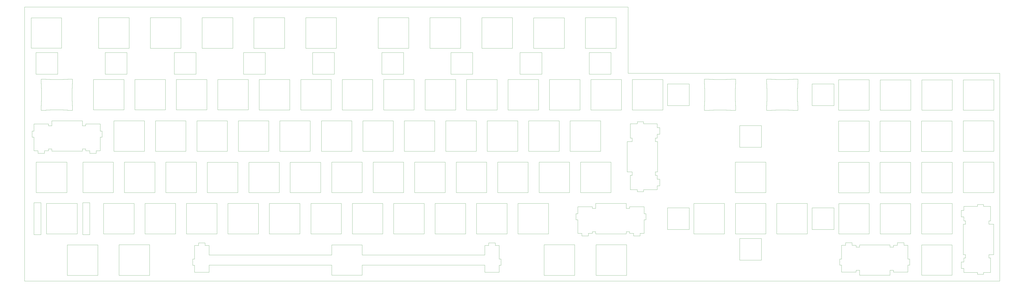
<source format=gm1>
%TF.GenerationSoftware,KiCad,Pcbnew,8.0.5*%
%TF.CreationDate,2024-12-21T09:38:01+01:00*%
%TF.ProjectId,A500KBPlate,41353030-4b42-4506-9c61-74652e6b6963,rev?*%
%TF.SameCoordinates,Original*%
%TF.FileFunction,Profile,NP*%
%FSLAX46Y46*%
G04 Gerber Fmt 4.6, Leading zero omitted, Abs format (unit mm)*
G04 Created by KiCad (PCBNEW 8.0.5) date 2024-12-21 09:38:01*
%MOMM*%
%LPD*%
G01*
G04 APERTURE LIST*
%TA.AperFunction,Profile*%
%ADD10C,0.050000*%
%TD*%
%TA.AperFunction,Profile*%
%ADD11C,0.120000*%
%TD*%
%TA.AperFunction,Profile*%
%ADD12C,0.100000*%
%TD*%
G04 APERTURE END LIST*
D10*
X25400000Y-234220000D02*
X26035000Y-234220000D01*
X25400000Y-360680000D02*
X25400000Y-234220000D01*
X26035000Y-234220000D02*
X302895000Y-234220000D01*
X473710000Y-264795000D02*
X473710000Y-360680000D01*
X302895000Y-264795000D02*
X473710000Y-264795000D01*
X302895000Y-234220000D02*
X302895000Y-264795000D01*
X473710000Y-360680000D02*
X25400000Y-360680000D01*
D11*
%TO.C,MX1*%
X28448400Y-239217600D02*
X42468400Y-239217600D01*
X28448400Y-253237600D02*
X28448400Y-239217600D01*
X42468400Y-239217600D02*
X42468400Y-253237600D01*
X42468400Y-253237600D02*
X28448400Y-253237600D01*
%TO.C,MX2*%
X33033600Y-267475600D02*
X33033600Y-269675600D01*
X33033600Y-269675600D02*
X33133600Y-269675600D01*
X33033600Y-279675600D02*
X33033600Y-281875600D01*
X33033600Y-279675600D02*
X33133600Y-279675600D01*
X33133600Y-269675600D02*
X33133600Y-271675600D01*
X33133600Y-271675600D02*
X33233600Y-271675600D01*
X33133600Y-277675600D02*
X33133600Y-279675600D01*
X33133600Y-277675600D02*
X33233600Y-277675600D01*
X33233600Y-277675600D02*
X33233600Y-271675600D01*
X35233600Y-267475600D02*
X33033600Y-267475600D01*
X35233600Y-267475600D02*
X35233600Y-267575600D01*
X35233600Y-281775600D02*
X35233600Y-281875600D01*
X35233600Y-281875600D02*
X33033600Y-281875600D01*
X37233600Y-267575600D02*
X35233600Y-267575600D01*
X37233600Y-267575600D02*
X37233600Y-267675600D01*
X37233600Y-267675600D02*
X43233600Y-267675600D01*
X37233600Y-281675600D02*
X37233600Y-281775600D01*
X37233600Y-281775600D02*
X35233600Y-281775600D01*
X43233600Y-267575600D02*
X43233600Y-267675600D01*
X43233600Y-281675600D02*
X37233600Y-281675600D01*
X43233600Y-281675600D02*
X43233600Y-281775600D01*
X45233600Y-267475600D02*
X45233600Y-267575600D01*
X45233600Y-267575600D02*
X43233600Y-267575600D01*
X45233600Y-281775600D02*
X43233600Y-281775600D01*
X45233600Y-281775600D02*
X45233600Y-281875600D01*
X47233600Y-271675600D02*
X47233600Y-277675600D01*
X47233600Y-271675600D02*
X47333600Y-271675600D01*
X47233600Y-277675600D02*
X47333600Y-277675600D01*
X47333600Y-269675600D02*
X47333600Y-271675600D01*
X47333600Y-269675600D02*
X47433600Y-269675600D01*
X47333600Y-277675600D02*
X47333600Y-279675600D01*
X47333600Y-279675600D02*
X47433600Y-279675600D01*
X47433600Y-267475600D02*
X45233600Y-267475600D01*
X47433600Y-267475600D02*
X47433600Y-269675600D01*
X47433600Y-279675600D02*
X47433600Y-281875600D01*
X47433600Y-281875600D02*
X45233600Y-281875600D01*
%TO.C,MX4*%
X30774800Y-305747200D02*
X44874800Y-305747200D01*
X30774800Y-319847200D02*
X30774800Y-305747200D01*
X44874800Y-305747200D02*
X44874800Y-319847200D01*
X44874800Y-319847200D02*
X30774800Y-319847200D01*
%TO.C,MX5*%
X29770400Y-324526400D02*
X29770400Y-339226400D01*
X29770400Y-339226400D02*
X32970400Y-339226400D01*
X32970400Y-324526400D02*
X29770400Y-324526400D01*
X32970400Y-339226400D02*
X32970400Y-324526400D01*
X35520400Y-324826400D02*
X49620400Y-324826400D01*
X35520400Y-338926400D02*
X35520400Y-324826400D01*
X49620400Y-324826400D02*
X49620400Y-338926400D01*
X49620400Y-338926400D02*
X35520400Y-338926400D01*
X52170400Y-324526400D02*
X55370400Y-324526400D01*
X52170400Y-339226400D02*
X52170400Y-324526400D01*
X55370400Y-324526400D02*
X55370400Y-339226400D01*
X55370400Y-339226400D02*
X52170400Y-339226400D01*
%TO.C,MX6*%
X45041200Y-343948800D02*
X59141200Y-343948800D01*
X45041200Y-358048800D02*
X45041200Y-343948800D01*
X59141200Y-343948800D02*
X59141200Y-358048800D01*
X59141200Y-358048800D02*
X45041200Y-358048800D01*
%TO.C,MX8*%
X57099600Y-267665600D02*
X71119600Y-267665600D01*
X57099600Y-281685600D02*
X57099600Y-267665600D01*
X71119600Y-267665600D02*
X71119600Y-281685600D01*
X71119600Y-281685600D02*
X57099600Y-281685600D01*
%TO.C,MX10*%
X52252400Y-305787200D02*
X66272400Y-305787200D01*
X52252400Y-319807200D02*
X52252400Y-305787200D01*
X66272400Y-305787200D02*
X66272400Y-319807200D01*
X66272400Y-319807200D02*
X52252400Y-319807200D01*
%TO.C,MX11*%
X61773200Y-324866400D02*
X75793200Y-324866400D01*
X61773200Y-338886400D02*
X61773200Y-324866400D01*
X75793200Y-324866400D02*
X75793200Y-338886400D01*
X75793200Y-338886400D02*
X61773200Y-338886400D01*
%TO.C,MX12*%
X68845200Y-343927200D02*
X82945200Y-343927200D01*
X68845200Y-358027200D02*
X68845200Y-343927200D01*
X82945200Y-343927200D02*
X82945200Y-358027200D01*
X82945200Y-358027200D02*
X68845200Y-358027200D01*
%TO.C,MX13*%
X83221600Y-239177600D02*
X97321600Y-239177600D01*
X83221600Y-253277600D02*
X83221600Y-239177600D01*
X97321600Y-239177600D02*
X97321600Y-253277600D01*
X97321600Y-253277600D02*
X83221600Y-253277600D01*
%TO.C,MX14*%
X76149600Y-267665600D02*
X90169600Y-267665600D01*
X76149600Y-281685600D02*
X76149600Y-267665600D01*
X90169600Y-267665600D02*
X90169600Y-281685600D01*
X90169600Y-281685600D02*
X76149600Y-281685600D01*
%TO.C,MX16*%
X71323600Y-305816400D02*
X85343600Y-305816400D01*
X71323600Y-319836400D02*
X71323600Y-305816400D01*
X85343600Y-305816400D02*
X85343600Y-319836400D01*
X85343600Y-319836400D02*
X71323600Y-319836400D01*
%TO.C,MX17*%
X80823200Y-324866400D02*
X94843200Y-324866400D01*
X80823200Y-338886400D02*
X80823200Y-324866400D01*
X94843200Y-324866400D02*
X94843200Y-338886400D01*
X94843200Y-338886400D02*
X80823200Y-338886400D01*
%TO.C,MX18*%
X107046800Y-239177600D02*
X121146800Y-239177600D01*
X107046800Y-253277600D02*
X107046800Y-239177600D01*
X121146800Y-239177600D02*
X121146800Y-253277600D01*
X121146800Y-253277600D02*
X107046800Y-253277600D01*
%TO.C,MX19*%
X95199600Y-267665600D02*
X109219600Y-267665600D01*
X95199600Y-281685600D02*
X95199600Y-267665600D01*
X109219600Y-267665600D02*
X109219600Y-281685600D01*
X109219600Y-281685600D02*
X95199600Y-281685600D01*
%TO.C,MX20*%
X104648400Y-286741000D02*
X118668400Y-286741000D01*
X104648400Y-300761000D02*
X104648400Y-286741000D01*
X118668400Y-286741000D02*
X118668400Y-300761000D01*
X118668400Y-300761000D02*
X104648400Y-300761000D01*
%TO.C,MX21*%
X90373600Y-305816400D02*
X104393600Y-305816400D01*
X90373600Y-319836400D02*
X90373600Y-305816400D01*
X104393600Y-305816400D02*
X104393600Y-319836400D01*
X104393600Y-319836400D02*
X90373600Y-319836400D01*
%TO.C,MX22*%
X99873200Y-324866400D02*
X113893200Y-324866400D01*
X99873200Y-338886400D02*
X99873200Y-324866400D01*
X113893200Y-324866400D02*
X113893200Y-338886400D01*
X113893200Y-338886400D02*
X99873200Y-338886400D01*
%TO.C,MX23*%
X130872000Y-239177600D02*
X144972000Y-239177600D01*
X130872000Y-253277600D02*
X130872000Y-239177600D01*
X144972000Y-239177600D02*
X144972000Y-253277600D01*
X144972000Y-253277600D02*
X130872000Y-253277600D01*
%TO.C,MX24*%
X114249600Y-267665600D02*
X128269600Y-267665600D01*
X114249600Y-281685600D02*
X114249600Y-267665600D01*
X128269600Y-267665600D02*
X128269600Y-281685600D01*
X128269600Y-281685600D02*
X114249600Y-281685600D01*
%TO.C,MX25*%
X123698400Y-286766400D02*
X137718400Y-286766400D01*
X123698400Y-300786400D02*
X123698400Y-286766400D01*
X137718400Y-286766400D02*
X137718400Y-300786400D01*
X137718400Y-300786400D02*
X123698400Y-300786400D01*
%TO.C,MX26*%
X109444800Y-305838000D02*
X123464800Y-305838000D01*
X109444800Y-319858000D02*
X109444800Y-305838000D01*
X123464800Y-305838000D02*
X123464800Y-319858000D01*
X123464800Y-319858000D02*
X109444800Y-319858000D01*
%TO.C,MX27*%
X118923200Y-324866400D02*
X132943200Y-324866400D01*
X118923200Y-338886400D02*
X118923200Y-324866400D01*
X132943200Y-324866400D02*
X132943200Y-338886400D01*
X132943200Y-338886400D02*
X118923200Y-338886400D01*
%TO.C,MX28*%
X154697200Y-239177600D02*
X168797200Y-239177600D01*
X154697200Y-253277600D02*
X154697200Y-239177600D01*
X168797200Y-239177600D02*
X168797200Y-253277600D01*
X168797200Y-253277600D02*
X154697200Y-253277600D01*
%TO.C,MX30*%
X142748400Y-286766400D02*
X156768400Y-286766400D01*
X142748400Y-300786400D02*
X142748400Y-286766400D01*
X156768400Y-286766400D02*
X156768400Y-300786400D01*
X156768400Y-300786400D02*
X142748400Y-300786400D01*
%TO.C,MX32*%
X137973200Y-324866400D02*
X151993200Y-324866400D01*
X137973200Y-338886400D02*
X137973200Y-324866400D01*
X151993200Y-324866400D02*
X151993200Y-338886400D01*
X151993200Y-338886400D02*
X137973200Y-338886400D01*
%TO.C,MX34*%
X187971200Y-239177600D02*
X202071200Y-239177600D01*
X187971200Y-253277600D02*
X187971200Y-239177600D01*
X202071200Y-239177600D02*
X202071200Y-253277600D01*
X202071200Y-253277600D02*
X187971200Y-253277600D01*
%TO.C,MX35*%
X152400400Y-267716400D02*
X166420400Y-267716400D01*
X152400400Y-281736400D02*
X152400400Y-267716400D01*
X166420400Y-267716400D02*
X166420400Y-281736400D01*
X166420400Y-281736400D02*
X152400400Y-281736400D01*
%TO.C,MX37*%
X147553200Y-305838000D02*
X161573200Y-305838000D01*
X147553200Y-319858000D02*
X147553200Y-305838000D01*
X161573200Y-305838000D02*
X161573200Y-319858000D01*
X161573200Y-319858000D02*
X147553200Y-319858000D01*
%TO.C,MX38*%
X157074000Y-324866400D02*
X171094000Y-324866400D01*
X157074000Y-338886400D02*
X157074000Y-324866400D01*
X171094000Y-324866400D02*
X171094000Y-338886400D01*
X171094000Y-338886400D02*
X157074000Y-338886400D01*
%TO.C,MX39*%
X211796400Y-239177600D02*
X225896400Y-239177600D01*
X211796400Y-253277600D02*
X211796400Y-239177600D01*
X225896400Y-239177600D02*
X225896400Y-253277600D01*
X225896400Y-253277600D02*
X211796400Y-253277600D01*
%TO.C,MX40*%
X171450400Y-267716400D02*
X185470400Y-267716400D01*
X171450400Y-281736400D02*
X171450400Y-267716400D01*
X185470400Y-267716400D02*
X185470400Y-281736400D01*
X185470400Y-281736400D02*
X171450400Y-281736400D01*
%TO.C,MX41*%
X180950000Y-286766400D02*
X194970000Y-286766400D01*
X180950000Y-300786400D02*
X180950000Y-286766400D01*
X194970000Y-286766400D02*
X194970000Y-300786400D01*
X194970000Y-300786400D02*
X180950000Y-300786400D01*
%TO.C,MX42*%
X166624400Y-305816400D02*
X180644400Y-305816400D01*
X166624400Y-319836400D02*
X166624400Y-305816400D01*
X180644400Y-305816400D02*
X180644400Y-319836400D01*
X180644400Y-319836400D02*
X166624400Y-319836400D01*
%TO.C,MX43*%
X176102800Y-324866400D02*
X190122800Y-324866400D01*
X176102800Y-338886400D02*
X176102800Y-324866400D01*
X190122800Y-324866400D02*
X190122800Y-338886400D01*
X190122800Y-338886400D02*
X176102800Y-338886400D01*
%TO.C,MX45*%
X190500400Y-267716400D02*
X204520400Y-267716400D01*
X190500400Y-281736400D02*
X190500400Y-267716400D01*
X204520400Y-267716400D02*
X204520400Y-281736400D01*
X204520400Y-281736400D02*
X190500400Y-281736400D01*
%TO.C,MX46*%
X200000000Y-286766400D02*
X214020000Y-286766400D01*
X200000000Y-300786400D02*
X200000000Y-286766400D01*
X214020000Y-286766400D02*
X214020000Y-300786400D01*
X214020000Y-300786400D02*
X200000000Y-300786400D01*
%TO.C,MX47*%
X185674400Y-305816400D02*
X199694400Y-305816400D01*
X185674400Y-319836400D02*
X185674400Y-305816400D01*
X199694400Y-305816400D02*
X199694400Y-319836400D01*
X199694400Y-319836400D02*
X185674400Y-319836400D01*
%TO.C,MX49*%
X259468000Y-239199200D02*
X273568000Y-239199200D01*
X259468000Y-253299200D02*
X259468000Y-239199200D01*
X273568000Y-239199200D02*
X273568000Y-253299200D01*
X273568000Y-253299200D02*
X259468000Y-253299200D01*
%TO.C,MX50*%
X209601200Y-267716400D02*
X223621200Y-267716400D01*
X209601200Y-281736400D02*
X209601200Y-267716400D01*
X223621200Y-267716400D02*
X223621200Y-281736400D01*
X223621200Y-281736400D02*
X209601200Y-281736400D01*
%TO.C,MX51*%
X219100800Y-286766400D02*
X233120800Y-286766400D01*
X219100800Y-300786400D02*
X219100800Y-286766400D01*
X233120800Y-286766400D02*
X233120800Y-300786400D01*
X233120800Y-300786400D02*
X219100800Y-300786400D01*
%TO.C,MX52*%
X204775200Y-305816400D02*
X218795200Y-305816400D01*
X204775200Y-319836400D02*
X204775200Y-305816400D01*
X218795200Y-305816400D02*
X218795200Y-319836400D01*
X218795200Y-319836400D02*
X204775200Y-319836400D01*
%TO.C,MX53*%
X214173200Y-324866400D02*
X228193200Y-324866400D01*
X214173200Y-338886400D02*
X214173200Y-324866400D01*
X228193200Y-324866400D02*
X228193200Y-338886400D01*
X228193200Y-338886400D02*
X214173200Y-338886400D01*
%TO.C,MX54*%
X283272000Y-239177600D02*
X297372000Y-239177600D01*
X283272000Y-253277600D02*
X283272000Y-239177600D01*
X297372000Y-239177600D02*
X297372000Y-253277600D01*
X297372000Y-253277600D02*
X283272000Y-253277600D01*
%TO.C,MX55*%
X228651200Y-267716400D02*
X242671200Y-267716400D01*
X228651200Y-281736400D02*
X228651200Y-267716400D01*
X242671200Y-267716400D02*
X242671200Y-281736400D01*
X242671200Y-281736400D02*
X228651200Y-281736400D01*
%TO.C,MX56*%
X238150800Y-286766400D02*
X252170800Y-286766400D01*
X238150800Y-300786400D02*
X238150800Y-286766400D01*
X252170800Y-286766400D02*
X252170800Y-300786400D01*
X252170800Y-300786400D02*
X238150800Y-300786400D01*
%TO.C,MX57*%
X223876000Y-305816400D02*
X237896000Y-305816400D01*
X223876000Y-319836400D02*
X223876000Y-305816400D01*
X237896000Y-305816400D02*
X237896000Y-319836400D01*
X237896000Y-319836400D02*
X223876000Y-319836400D01*
%TO.C,MX58*%
X233223200Y-324866400D02*
X247243200Y-324866400D01*
X233223200Y-338886400D02*
X233223200Y-324866400D01*
X247243200Y-324866400D02*
X247243200Y-338886400D01*
X247243200Y-338886400D02*
X233223200Y-338886400D01*
%TO.C,MX59*%
X264251600Y-343898000D02*
X278351600Y-343898000D01*
X264251600Y-357998000D02*
X264251600Y-343898000D01*
X278351600Y-343898000D02*
X278351600Y-357998000D01*
X278351600Y-357998000D02*
X264251600Y-357998000D01*
%TO.C,MX60*%
X247701200Y-267716400D02*
X261721200Y-267716400D01*
X247701200Y-281736400D02*
X247701200Y-267716400D01*
X261721200Y-267716400D02*
X261721200Y-281736400D01*
X261721200Y-281736400D02*
X247701200Y-281736400D01*
%TO.C,MX61*%
X257200800Y-286766400D02*
X271220800Y-286766400D01*
X257200800Y-300786400D02*
X257200800Y-286766400D01*
X271220800Y-286766400D02*
X271220800Y-300786400D01*
X271220800Y-300786400D02*
X257200800Y-300786400D01*
%TO.C,MX62*%
X242926000Y-305816400D02*
X256946000Y-305816400D01*
X242926000Y-319836400D02*
X242926000Y-305816400D01*
X256946000Y-305816400D02*
X256946000Y-319836400D01*
X256946000Y-319836400D02*
X242926000Y-319836400D01*
%TO.C,MX63*%
X252273200Y-324866400D02*
X266293200Y-324866400D01*
X252273200Y-338886400D02*
X252273200Y-324866400D01*
X266293200Y-324866400D02*
X266293200Y-338886400D01*
X266293200Y-338886400D02*
X252273200Y-338886400D01*
%TO.C,MX64*%
X288127600Y-343898000D02*
X302227600Y-343898000D01*
X288127600Y-357998000D02*
X288127600Y-343898000D01*
X302227600Y-343898000D02*
X302227600Y-357998000D01*
X302227600Y-357998000D02*
X288127600Y-357998000D01*
%TO.C,MX65*%
X266751200Y-267716400D02*
X280771200Y-267716400D01*
X266751200Y-281736400D02*
X266751200Y-267716400D01*
X280771200Y-267716400D02*
X280771200Y-281736400D01*
X280771200Y-281736400D02*
X266751200Y-281736400D01*
%TO.C,MX67*%
X261976000Y-305816400D02*
X275996000Y-305816400D01*
X261976000Y-319836400D02*
X261976000Y-305816400D01*
X275996000Y-305816400D02*
X275996000Y-319836400D01*
X275996000Y-319836400D02*
X261976000Y-319836400D01*
%TO.C,MX68*%
X278895600Y-329576400D02*
X278895600Y-332376400D01*
X279770600Y-326346400D02*
X279770600Y-329576400D01*
X279770600Y-329576400D02*
X278895600Y-329576400D01*
X279770600Y-332376400D02*
X278895600Y-332376400D01*
X279770600Y-338646400D02*
X279770600Y-332376400D01*
X281595600Y-338646400D02*
X279770600Y-338646400D01*
X281595600Y-339846400D02*
X281595600Y-338646400D01*
X284595600Y-339846400D02*
X281595600Y-339846400D01*
X284595600Y-339846400D02*
X284595600Y-338646400D01*
X286420600Y-326346400D02*
X279770600Y-326346400D01*
X286420600Y-327146400D02*
X286420600Y-326346400D01*
X286420600Y-337846400D02*
X287995600Y-337846400D01*
X286420600Y-338646400D02*
X284595600Y-338646400D01*
X286420600Y-338646400D02*
X286420600Y-337846400D01*
X287995600Y-324876400D02*
X301995600Y-324876400D01*
X287995600Y-327146400D02*
X286420600Y-327146400D01*
X287995600Y-327146400D02*
X287995600Y-324876400D01*
X287995600Y-337846400D02*
X287995600Y-338876400D01*
X301995600Y-327146400D02*
X301995600Y-324876400D01*
X301995600Y-337846400D02*
X301995600Y-338876400D01*
X301995600Y-338876400D02*
X287995600Y-338876400D01*
X303570600Y-326346400D02*
X310220600Y-326346400D01*
X303570600Y-327146400D02*
X301995600Y-327146400D01*
X303570600Y-327146400D02*
X303570600Y-326346400D01*
X303570600Y-337846400D02*
X301995600Y-337846400D01*
X303570600Y-338646400D02*
X303570600Y-337846400D01*
X305395600Y-338646400D02*
X303570600Y-338646400D01*
X305395600Y-339846400D02*
X305395600Y-338646400D01*
X305395600Y-339846400D02*
X308395600Y-339846400D01*
X308395600Y-339846400D02*
X308395600Y-338646400D01*
X310220600Y-326346400D02*
X310220600Y-329576400D01*
X310220600Y-329576400D02*
X311095600Y-329576400D01*
X310220600Y-332376400D02*
X311095600Y-332376400D01*
X310220600Y-338646400D02*
X308395600Y-338646400D01*
X310220600Y-338646400D02*
X310220600Y-332376400D01*
X311095600Y-329576400D02*
X311095600Y-332376400D01*
%TO.C,MX69*%
X285801200Y-267716400D02*
X299821200Y-267716400D01*
X285801200Y-281736400D02*
X285801200Y-267716400D01*
X299821200Y-267716400D02*
X299821200Y-281736400D01*
X299821200Y-281736400D02*
X285801200Y-281736400D01*
%TO.C,MX70*%
X281026000Y-305816400D02*
X295046000Y-305816400D01*
X281026000Y-319836400D02*
X281026000Y-305816400D01*
X295046000Y-305816400D02*
X295046000Y-319836400D01*
X295046000Y-319836400D02*
X281026000Y-319836400D01*
%TO.C,MX71*%
X302452400Y-296297600D02*
X302452400Y-310297600D01*
X303922400Y-288072600D02*
X307152400Y-288072600D01*
X303922400Y-294722600D02*
X303922400Y-288072600D01*
X303922400Y-311872600D02*
X303922400Y-318522600D01*
X303922400Y-318522600D02*
X307152400Y-318522600D01*
X304722400Y-294722600D02*
X303922400Y-294722600D01*
X304722400Y-296297600D02*
X302452400Y-296297600D01*
X304722400Y-296297600D02*
X304722400Y-294722600D01*
X304722400Y-310297600D02*
X302452400Y-310297600D01*
X304722400Y-311872600D02*
X303922400Y-311872600D01*
X304722400Y-311872600D02*
X304722400Y-310297600D01*
X307152400Y-287197600D02*
X309952400Y-287197600D01*
X307152400Y-288072600D02*
X307152400Y-287197600D01*
X307152400Y-318522600D02*
X307152400Y-319397600D01*
X307152400Y-319397600D02*
X309952400Y-319397600D01*
X309952400Y-288072600D02*
X309952400Y-287197600D01*
X309952400Y-318522600D02*
X309952400Y-319397600D01*
X315422400Y-294722600D02*
X315422400Y-296297600D01*
X315422400Y-296297600D02*
X316452400Y-296297600D01*
X315422400Y-310297600D02*
X316452400Y-310297600D01*
X315422400Y-311872600D02*
X315422400Y-310297600D01*
X316222400Y-288072600D02*
X309952400Y-288072600D01*
X316222400Y-289897600D02*
X316222400Y-288072600D01*
X316222400Y-294722600D02*
X315422400Y-294722600D01*
X316222400Y-294722600D02*
X316222400Y-292897600D01*
X316222400Y-311872600D02*
X315422400Y-311872600D01*
X316222400Y-313697600D02*
X316222400Y-311872600D01*
X316222400Y-318522600D02*
X309952400Y-318522600D01*
X316222400Y-318522600D02*
X316222400Y-316697600D01*
X316452400Y-310297600D02*
X316452400Y-296297600D01*
X317422400Y-289897600D02*
X316222400Y-289897600D01*
X317422400Y-292897600D02*
X316222400Y-292897600D01*
X317422400Y-292897600D02*
X317422400Y-289897600D01*
X317422400Y-313697600D02*
X316222400Y-313697600D01*
X317422400Y-313697600D02*
X317422400Y-316697600D01*
X317422400Y-316697600D02*
X316222400Y-316697600D01*
%TO.C,MX72*%
X304851200Y-267716400D02*
X318871200Y-267716400D01*
X304851200Y-281736400D02*
X304851200Y-267716400D01*
X318871200Y-267716400D02*
X318871200Y-281736400D01*
X318871200Y-281736400D02*
X304851200Y-281736400D01*
%TO.C,MX73*%
X337914000Y-267526400D02*
X337914000Y-269726400D01*
X337914000Y-269726400D02*
X338014000Y-269726400D01*
X337914000Y-279726400D02*
X337914000Y-281926400D01*
X337914000Y-279726400D02*
X338014000Y-279726400D01*
X338014000Y-269726400D02*
X338014000Y-271726400D01*
X338014000Y-271726400D02*
X338114000Y-271726400D01*
X338014000Y-277726400D02*
X338014000Y-279726400D01*
X338014000Y-277726400D02*
X338114000Y-277726400D01*
X338114000Y-277726400D02*
X338114000Y-271726400D01*
X340114000Y-267526400D02*
X337914000Y-267526400D01*
X340114000Y-267526400D02*
X340114000Y-267626400D01*
X340114000Y-281826400D02*
X340114000Y-281926400D01*
X340114000Y-281926400D02*
X337914000Y-281926400D01*
X342114000Y-267626400D02*
X340114000Y-267626400D01*
X342114000Y-267626400D02*
X342114000Y-267726400D01*
X342114000Y-267726400D02*
X348114000Y-267726400D01*
X342114000Y-281726400D02*
X342114000Y-281826400D01*
X342114000Y-281826400D02*
X340114000Y-281826400D01*
X348114000Y-267626400D02*
X348114000Y-267726400D01*
X348114000Y-281726400D02*
X342114000Y-281726400D01*
X348114000Y-281726400D02*
X348114000Y-281826400D01*
X350114000Y-267526400D02*
X350114000Y-267626400D01*
X350114000Y-267626400D02*
X348114000Y-267626400D01*
X350114000Y-281826400D02*
X348114000Y-281826400D01*
X350114000Y-281826400D02*
X350114000Y-281926400D01*
X352114000Y-271726400D02*
X352114000Y-277726400D01*
X352114000Y-271726400D02*
X352214000Y-271726400D01*
X352114000Y-277726400D02*
X352214000Y-277726400D01*
X352214000Y-269726400D02*
X352214000Y-271726400D01*
X352214000Y-269726400D02*
X352314000Y-269726400D01*
X352214000Y-277726400D02*
X352214000Y-279726400D01*
X352214000Y-279726400D02*
X352314000Y-279726400D01*
X352314000Y-267526400D02*
X350114000Y-267526400D01*
X352314000Y-267526400D02*
X352314000Y-269726400D01*
X352314000Y-279726400D02*
X352314000Y-281926400D01*
X352314000Y-281926400D02*
X350114000Y-281926400D01*
%TO.C,MX74*%
X333146800Y-324866400D02*
X347166800Y-324866400D01*
X333146800Y-338886400D02*
X333146800Y-324866400D01*
X347166800Y-324866400D02*
X347166800Y-338886400D01*
X347166800Y-338886400D02*
X333146800Y-338886400D01*
%TO.C,MX75*%
X352196800Y-305816400D02*
X366216800Y-305816400D01*
X352196800Y-319836400D02*
X352196800Y-305816400D01*
X366216800Y-305816400D02*
X366216800Y-319836400D01*
X366216800Y-319836400D02*
X352196800Y-319836400D01*
%TO.C,MX76*%
X352226400Y-324866400D02*
X366246400Y-324866400D01*
X352226400Y-338886400D02*
X352226400Y-324866400D01*
X366246400Y-324866400D02*
X366246400Y-338886400D01*
X366246400Y-338886400D02*
X352226400Y-338886400D01*
%TO.C,MX77*%
X366514400Y-267526400D02*
X366514400Y-269726400D01*
X366514400Y-269726400D02*
X366614400Y-269726400D01*
X366514400Y-279726400D02*
X366514400Y-281926400D01*
X366514400Y-279726400D02*
X366614400Y-279726400D01*
X366614400Y-269726400D02*
X366614400Y-271726400D01*
X366614400Y-271726400D02*
X366714400Y-271726400D01*
X366614400Y-277726400D02*
X366614400Y-279726400D01*
X366614400Y-277726400D02*
X366714400Y-277726400D01*
X366714400Y-277726400D02*
X366714400Y-271726400D01*
X368714400Y-267526400D02*
X366514400Y-267526400D01*
X368714400Y-267526400D02*
X368714400Y-267626400D01*
X368714400Y-281826400D02*
X368714400Y-281926400D01*
X368714400Y-281926400D02*
X366514400Y-281926400D01*
X370714400Y-267626400D02*
X368714400Y-267626400D01*
X370714400Y-267626400D02*
X370714400Y-267726400D01*
X370714400Y-267726400D02*
X376714400Y-267726400D01*
X370714400Y-281726400D02*
X370714400Y-281826400D01*
X370714400Y-281826400D02*
X368714400Y-281826400D01*
X376714400Y-267626400D02*
X376714400Y-267726400D01*
X376714400Y-281726400D02*
X370714400Y-281726400D01*
X376714400Y-281726400D02*
X376714400Y-281826400D01*
X378714400Y-267526400D02*
X378714400Y-267626400D01*
X378714400Y-267626400D02*
X376714400Y-267626400D01*
X378714400Y-281826400D02*
X376714400Y-281826400D01*
X378714400Y-281826400D02*
X378714400Y-281926400D01*
X380714400Y-271726400D02*
X380714400Y-277726400D01*
X380714400Y-271726400D02*
X380814400Y-271726400D01*
X380714400Y-277726400D02*
X380814400Y-277726400D01*
X380814400Y-269726400D02*
X380814400Y-271726400D01*
X380814400Y-269726400D02*
X380914400Y-269726400D01*
X380814400Y-277726400D02*
X380814400Y-279726400D01*
X380814400Y-279726400D02*
X380914400Y-279726400D01*
X380914400Y-267526400D02*
X378714400Y-267526400D01*
X380914400Y-267526400D02*
X380914400Y-269726400D01*
X380914400Y-279726400D02*
X380914400Y-281926400D01*
X380914400Y-281926400D02*
X378714400Y-281926400D01*
%TO.C,MX78*%
X371246800Y-324866400D02*
X385266800Y-324866400D01*
X371246800Y-338886400D02*
X371246800Y-324866400D01*
X385266800Y-324866400D02*
X385266800Y-338886400D01*
X385266800Y-338886400D02*
X371246800Y-338886400D01*
%TO.C,MX79*%
X399694800Y-267767200D02*
X413714800Y-267767200D01*
X399694800Y-281787200D02*
X399694800Y-267767200D01*
X413714800Y-267767200D02*
X413714800Y-281787200D01*
X413714800Y-281787200D02*
X399694800Y-281787200D01*
%TO.C,MX80*%
X399694800Y-286817200D02*
X413714800Y-286817200D01*
X399694800Y-300837200D02*
X399694800Y-286817200D01*
X413714800Y-286817200D02*
X413714800Y-300837200D01*
X413714800Y-300837200D02*
X399694800Y-300837200D01*
%TO.C,MX81*%
X399694800Y-305867200D02*
X413714800Y-305867200D01*
X399694800Y-319887200D02*
X399694800Y-305867200D01*
X413714800Y-305867200D02*
X413714800Y-319887200D01*
X413714800Y-319887200D02*
X399694800Y-319887200D01*
%TO.C,MX82*%
X399724400Y-324888000D02*
X413744400Y-324888000D01*
X399724400Y-338908000D02*
X399724400Y-324888000D01*
X413744400Y-324888000D02*
X413744400Y-338908000D01*
X413744400Y-338908000D02*
X399724400Y-338908000D01*
%TO.C,MX83*%
X400174250Y-353251800D02*
X400174250Y-350451800D01*
X401049250Y-344181800D02*
X401049250Y-350451800D01*
X401049250Y-344181800D02*
X402874250Y-344181800D01*
X401049250Y-350451800D02*
X400174250Y-350451800D01*
X401049250Y-353251800D02*
X400174250Y-353251800D01*
X401049250Y-356481800D02*
X401049250Y-353251800D01*
X402874250Y-342981800D02*
X402874250Y-344181800D01*
X405874250Y-342981800D02*
X402874250Y-342981800D01*
X405874250Y-342981800D02*
X405874250Y-344181800D01*
X405874250Y-344181800D02*
X407699250Y-344181800D01*
X407699250Y-344181800D02*
X407699250Y-344981800D01*
X407699250Y-344981800D02*
X409274250Y-344981800D01*
X407699250Y-355681800D02*
X407699250Y-356481800D01*
X407699250Y-355681800D02*
X409274250Y-355681800D01*
X407699250Y-356481800D02*
X401049250Y-356481800D01*
X409274250Y-343951800D02*
X423274250Y-343951800D01*
X409274250Y-344981800D02*
X409274250Y-343951800D01*
X409274250Y-355681800D02*
X409274250Y-357951800D01*
X423274250Y-344981800D02*
X423274250Y-343951800D01*
X423274250Y-355681800D02*
X423274250Y-357951800D01*
X423274250Y-355681800D02*
X424849250Y-355681800D01*
X423274250Y-357951800D02*
X409274250Y-357951800D01*
X424849250Y-344181800D02*
X424849250Y-344981800D01*
X424849250Y-344181800D02*
X426674250Y-344181800D01*
X424849250Y-344981800D02*
X423274250Y-344981800D01*
X424849250Y-355681800D02*
X424849250Y-356481800D01*
X424849250Y-356481800D02*
X431499250Y-356481800D01*
X426674250Y-342981800D02*
X426674250Y-344181800D01*
X426674250Y-342981800D02*
X429674250Y-342981800D01*
X429674250Y-342981800D02*
X429674250Y-344181800D01*
X429674250Y-344181800D02*
X431499250Y-344181800D01*
X431499250Y-344181800D02*
X431499250Y-350451800D01*
X431499250Y-350451800D02*
X432374250Y-350451800D01*
X431499250Y-353251800D02*
X432374250Y-353251800D01*
X431499250Y-356481800D02*
X431499250Y-353251800D01*
X432374250Y-353251800D02*
X432374250Y-350451800D01*
%TO.C,MX85*%
X418744800Y-286817200D02*
X432764800Y-286817200D01*
X418744800Y-300837200D02*
X418744800Y-286817200D01*
X432764800Y-286817200D02*
X432764800Y-300837200D01*
X432764800Y-300837200D02*
X418744800Y-300837200D01*
%TO.C,MX86*%
X418744800Y-305867200D02*
X432764800Y-305867200D01*
X418744800Y-319887200D02*
X418744800Y-305867200D01*
X432764800Y-305867200D02*
X432764800Y-319887200D01*
X432764800Y-319887200D02*
X418744800Y-319887200D01*
%TO.C,MX87*%
X418774400Y-324888000D02*
X432794400Y-324888000D01*
X418774400Y-338908000D02*
X418774400Y-324888000D01*
X432794400Y-324888000D02*
X432794400Y-338908000D01*
X432794400Y-338908000D02*
X418774400Y-338908000D01*
%TO.C,MX88*%
X437896400Y-267818000D02*
X451916400Y-267818000D01*
X437896400Y-281838000D02*
X437896400Y-267818000D01*
X451916400Y-267818000D02*
X451916400Y-281838000D01*
X451916400Y-281838000D02*
X437896400Y-281838000D01*
%TO.C,MX89*%
X437794800Y-286817200D02*
X451814800Y-286817200D01*
X437794800Y-300837200D02*
X437794800Y-286817200D01*
X451814800Y-286817200D02*
X451814800Y-300837200D01*
X451814800Y-300837200D02*
X437794800Y-300837200D01*
%TO.C,MX90*%
X437845600Y-305867200D02*
X451865600Y-305867200D01*
X437845600Y-319887200D02*
X437845600Y-305867200D01*
X451865600Y-305867200D02*
X451865600Y-319887200D01*
X451865600Y-319887200D02*
X437845600Y-319887200D01*
%TO.C,MX91*%
X437845600Y-324866400D02*
X451865600Y-324866400D01*
X437845600Y-338886400D02*
X437845600Y-324866400D01*
X451865600Y-324866400D02*
X451865600Y-338886400D01*
X451865600Y-338886400D02*
X437845600Y-338886400D01*
%TO.C,MX92*%
X437824400Y-343938000D02*
X451844400Y-343938000D01*
X437824400Y-357958000D02*
X437824400Y-343938000D01*
X451844400Y-343938000D02*
X451844400Y-357958000D01*
X451844400Y-357958000D02*
X437824400Y-357958000D01*
%TO.C,MX93*%
X456997200Y-267818000D02*
X471017200Y-267818000D01*
X456997200Y-281838000D02*
X456997200Y-267818000D01*
X471017200Y-267818000D02*
X471017200Y-281838000D01*
X471017200Y-281838000D02*
X456997200Y-281838000D01*
%TO.C,MX94*%
X456997200Y-286766400D02*
X471017200Y-286766400D01*
X456997200Y-300786400D02*
X456997200Y-286766400D01*
X471017200Y-286766400D02*
X471017200Y-300786400D01*
X471017200Y-300786400D02*
X456997200Y-300786400D01*
%TO.C,MX95*%
X456997200Y-305816400D02*
X471017200Y-305816400D01*
X456997200Y-319836400D02*
X456997200Y-305816400D01*
X471017200Y-305816400D02*
X471017200Y-319836400D01*
X471017200Y-319836400D02*
X456997200Y-319836400D01*
%TO.C,MX96*%
X456011800Y-328026800D02*
X457211800Y-328026800D01*
X456011800Y-331026800D02*
X456011800Y-328026800D01*
X456011800Y-331026800D02*
X457211800Y-331026800D01*
X456011800Y-351826800D02*
X456011800Y-354826800D01*
X456011800Y-351826800D02*
X457211800Y-351826800D01*
X456011800Y-354826800D02*
X457211800Y-354826800D01*
X456981800Y-334426800D02*
X456981800Y-348426800D01*
X457211800Y-326201800D02*
X457211800Y-328026800D01*
X457211800Y-326201800D02*
X463481800Y-326201800D01*
X457211800Y-331026800D02*
X457211800Y-332851800D01*
X457211800Y-332851800D02*
X458011800Y-332851800D01*
X457211800Y-350001800D02*
X457211800Y-351826800D01*
X457211800Y-350001800D02*
X458011800Y-350001800D01*
X457211800Y-354826800D02*
X457211800Y-356651800D01*
X457211800Y-356651800D02*
X463481800Y-356651800D01*
X458011800Y-332851800D02*
X458011800Y-334426800D01*
X458011800Y-334426800D02*
X456981800Y-334426800D01*
X458011800Y-348426800D02*
X456981800Y-348426800D01*
X458011800Y-350001800D02*
X458011800Y-348426800D01*
X463481800Y-326201800D02*
X463481800Y-325326800D01*
X463481800Y-356651800D02*
X463481800Y-357526800D01*
X466281800Y-325326800D02*
X463481800Y-325326800D01*
X466281800Y-326201800D02*
X466281800Y-325326800D01*
X466281800Y-356651800D02*
X466281800Y-357526800D01*
X466281800Y-357526800D02*
X463481800Y-357526800D01*
X468711800Y-332851800D02*
X468711800Y-334426800D01*
X468711800Y-332851800D02*
X469511800Y-332851800D01*
X468711800Y-334426800D02*
X470981800Y-334426800D01*
X468711800Y-348426800D02*
X468711800Y-350001800D01*
X468711800Y-348426800D02*
X470981800Y-348426800D01*
X468711800Y-350001800D02*
X469511800Y-350001800D01*
X469511800Y-326201800D02*
X466281800Y-326201800D01*
X469511800Y-332851800D02*
X469511800Y-326201800D01*
X469511800Y-350001800D02*
X469511800Y-356651800D01*
X469511800Y-356651800D02*
X466281800Y-356651800D01*
X470981800Y-348426800D02*
X470981800Y-334426800D01*
%TO.C,MX9*%
X66527200Y-286737200D02*
X80547200Y-286737200D01*
X66527200Y-300757200D02*
X66527200Y-286737200D01*
X80547200Y-286737200D02*
X80547200Y-300757200D01*
X80547200Y-300757200D02*
X66527200Y-300757200D01*
%TO.C,MX15*%
X85598400Y-286741000D02*
X99618400Y-286741000D01*
X85598400Y-300761000D02*
X85598400Y-286741000D01*
X99618400Y-286741000D02*
X99618400Y-300761000D01*
X99618400Y-300761000D02*
X85598400Y-300761000D01*
%TO.C,MX7*%
X59447200Y-239177600D02*
X73547200Y-239177600D01*
X59447200Y-253277600D02*
X59447200Y-239177600D01*
X73547200Y-239177600D02*
X73547200Y-253277600D01*
X73547200Y-253277600D02*
X59447200Y-253277600D01*
%TO.C,MX3*%
X28877050Y-291447200D02*
X28877050Y-294247200D01*
X29752050Y-288217200D02*
X29752050Y-291447200D01*
X29752050Y-291447200D02*
X28877050Y-291447200D01*
X29752050Y-294247200D02*
X28877050Y-294247200D01*
X29752050Y-300517200D02*
X29752050Y-294247200D01*
X31577050Y-300517200D02*
X29752050Y-300517200D01*
X31577050Y-301717200D02*
X31577050Y-300517200D01*
X34577050Y-301717200D02*
X31577050Y-301717200D01*
X34577050Y-301717200D02*
X34577050Y-300517200D01*
X36402050Y-288217200D02*
X29752050Y-288217200D01*
X36402050Y-289017200D02*
X36402050Y-288217200D01*
X36402050Y-299717200D02*
X37977050Y-299717200D01*
X36402050Y-300517200D02*
X34577050Y-300517200D01*
X36402050Y-300517200D02*
X36402050Y-299717200D01*
X37977050Y-286747200D02*
X51977050Y-286747200D01*
X37977050Y-289017200D02*
X36402050Y-289017200D01*
X37977050Y-289017200D02*
X37977050Y-286747200D01*
X37977050Y-299717200D02*
X37977050Y-300747200D01*
X51977050Y-289017200D02*
X51977050Y-286747200D01*
X51977050Y-299717200D02*
X51977050Y-300747200D01*
X51977050Y-300747200D02*
X37977050Y-300747200D01*
X53552050Y-288217200D02*
X60202050Y-288217200D01*
X53552050Y-289017200D02*
X51977050Y-289017200D01*
X53552050Y-289017200D02*
X53552050Y-288217200D01*
X53552050Y-299717200D02*
X51977050Y-299717200D01*
X53552050Y-300517200D02*
X53552050Y-299717200D01*
X55377050Y-300517200D02*
X53552050Y-300517200D01*
X55377050Y-301717200D02*
X55377050Y-300517200D01*
X55377050Y-301717200D02*
X58377050Y-301717200D01*
X58377050Y-301717200D02*
X58377050Y-300517200D01*
X60202050Y-288217200D02*
X60202050Y-291447200D01*
X60202050Y-291447200D02*
X61077050Y-291447200D01*
X60202050Y-294247200D02*
X61077050Y-294247200D01*
X60202050Y-300517200D02*
X58377050Y-300517200D01*
X60202050Y-300517200D02*
X60202050Y-294247200D01*
X61077050Y-291447200D02*
X61077050Y-294247200D01*
%TO.C,MX36*%
X161900000Y-286766400D02*
X175920000Y-286766400D01*
X161900000Y-300786400D02*
X161900000Y-286766400D01*
X175920000Y-286766400D02*
X175920000Y-300786400D01*
X175920000Y-300786400D02*
X161900000Y-300786400D01*
%TO.C,MX31*%
X128524400Y-305838000D02*
X142544400Y-305838000D01*
X128524400Y-319858000D02*
X128524400Y-305838000D01*
X142544400Y-305838000D02*
X142544400Y-319858000D01*
X142544400Y-319858000D02*
X128524400Y-319858000D01*
%TO.C,MX29*%
X133329200Y-267687200D02*
X147349200Y-267687200D01*
X133329200Y-281707200D02*
X133329200Y-267687200D01*
X147349200Y-267687200D02*
X147349200Y-281707200D01*
X147349200Y-281707200D02*
X133329200Y-281707200D01*
%TO.C,MX48*%
X195123200Y-324866400D02*
X209143200Y-324866400D01*
X195123200Y-338886400D02*
X195123200Y-324866400D01*
X209143200Y-324866400D02*
X209143200Y-338886400D01*
X209143200Y-338886400D02*
X195123200Y-338886400D01*
%TO.C,MX66*%
X276250800Y-286766400D02*
X290270800Y-286766400D01*
X276250800Y-300786400D02*
X276250800Y-286766400D01*
X290270800Y-286766400D02*
X290270800Y-300786400D01*
X290270800Y-300786400D02*
X276250800Y-300786400D01*
%TO.C,MX84*%
X418795600Y-267818000D02*
X432815600Y-267818000D01*
X418795600Y-281838000D02*
X418795600Y-267818000D01*
X432815600Y-267818000D02*
X432815600Y-281838000D01*
X432815600Y-281838000D02*
X418795600Y-281838000D01*
%TO.C,MX44*%
X235621600Y-239177600D02*
X249721600Y-239177600D01*
X235621600Y-253277600D02*
X235621600Y-239177600D01*
X249721600Y-239177600D02*
X249721600Y-253277600D01*
X249721600Y-253277600D02*
X235621600Y-253277600D01*
%TO.C,MX33*%
X102719000Y-353331800D02*
X102719000Y-350531800D01*
X103594000Y-344261800D02*
X103594000Y-350531800D01*
X103594000Y-344261800D02*
X105419000Y-344261800D01*
X103594000Y-350531800D02*
X102719000Y-350531800D01*
X103594000Y-353331800D02*
X102719000Y-353331800D01*
X103594000Y-356561800D02*
X103594000Y-353331800D01*
X105419000Y-343061800D02*
X105419000Y-344261800D01*
X108419000Y-343061800D02*
X105419000Y-343061800D01*
X108419000Y-343061800D02*
X108419000Y-344261800D01*
X108419000Y-344261800D02*
X110244000Y-344261800D01*
X110244000Y-344261800D02*
X110244000Y-348651800D01*
X110244000Y-348651800D02*
X166609000Y-348651800D01*
X110244000Y-353251800D02*
X110244000Y-356561800D01*
X110244000Y-353251800D02*
X166609000Y-353251800D01*
X110244000Y-356561800D02*
X103594000Y-356561800D01*
X166609000Y-343951800D02*
X180609000Y-343951800D01*
X166609000Y-348651800D02*
X166609000Y-343951800D01*
X166609000Y-353251800D02*
X166609000Y-357951800D01*
X180609000Y-348651800D02*
X180609000Y-343951800D01*
X180609000Y-353251800D02*
X180609000Y-357951800D01*
X180609000Y-353251800D02*
X236974000Y-353251800D01*
X180609000Y-357951800D02*
X166609000Y-357951800D01*
X236974000Y-344261800D02*
X236974000Y-348651800D01*
X236974000Y-344261800D02*
X238799000Y-344261800D01*
X236974000Y-348651800D02*
X180609000Y-348651800D01*
X236974000Y-353251800D02*
X236974000Y-356561800D01*
X236974000Y-356561800D02*
X243624000Y-356561800D01*
X238799000Y-343061800D02*
X238799000Y-344261800D01*
X238799000Y-343061800D02*
X241799000Y-343061800D01*
X241799000Y-343061800D02*
X241799000Y-344261800D01*
X241799000Y-344261800D02*
X243624000Y-344261800D01*
X243624000Y-344261800D02*
X243624000Y-350531800D01*
X243624000Y-350531800D02*
X244499000Y-350531800D01*
X243624000Y-353331800D02*
X244499000Y-353331800D01*
X243624000Y-356561800D02*
X243624000Y-353331800D01*
X244499000Y-353331800D02*
X244499000Y-350531800D01*
%TO.C,LEDC6*%
D12*
X189638850Y-255200000D02*
X199638850Y-255200000D01*
X199638850Y-265200000D01*
X189638850Y-265200000D01*
X189638850Y-255200000D01*
%TO.C,LEDC10*%
X321000000Y-269726400D02*
X331000000Y-269726400D01*
X331000000Y-279726400D01*
X321000000Y-279726400D01*
X321000000Y-269726400D01*
%TO.C,LEDC7*%
X221425900Y-255200000D02*
X231425900Y-255200000D01*
X231425900Y-265200000D01*
X221425900Y-265200000D01*
X221425900Y-255200000D01*
%TO.C,LEDC5*%
X157851800Y-255200000D02*
X167851800Y-255200000D01*
X167851800Y-265200000D01*
X157851800Y-265200000D01*
X157851800Y-255200000D01*
%TO.C,LEDC12*%
X387500000Y-269726400D02*
X397500000Y-269726400D01*
X397500000Y-279726400D01*
X387500000Y-279726400D01*
X387500000Y-269726400D01*
%TO.C,LEDC13*%
X387500000Y-326876400D02*
X397500000Y-326876400D01*
X397500000Y-336876400D01*
X387500000Y-336876400D01*
X387500000Y-326876400D01*
%TO.C,LEDC9*%
X285000000Y-255200000D02*
X295000000Y-255200000D01*
X295000000Y-265200000D01*
X285000000Y-265200000D01*
X285000000Y-255200000D01*
%TO.C,LEDC3*%
X94277700Y-255200000D02*
X104277700Y-255200000D01*
X104277700Y-265200000D01*
X94277700Y-265200000D01*
X94277700Y-255200000D01*
%TO.C,LEDC15*%
X321000000Y-326850000D02*
X331000000Y-326850000D01*
X331000000Y-336850000D01*
X321000000Y-336850000D01*
X321000000Y-326850000D01*
%TO.C,LEDC1*%
X30703600Y-255200000D02*
X40703600Y-255200000D01*
X40703600Y-265200000D01*
X30703600Y-265200000D01*
X30703600Y-255200000D01*
%TO.C,LEDC2*%
X62490650Y-255200000D02*
X72490650Y-255200000D01*
X72490650Y-265200000D01*
X62490650Y-265200000D01*
X62490650Y-255200000D01*
%TO.C,LEDC11*%
X354150000Y-288900000D02*
X364150000Y-288900000D01*
X364150000Y-298900000D01*
X354150000Y-298900000D01*
X354150000Y-288900000D01*
%TO.C,LEDC4*%
X126064750Y-255200000D02*
X136064750Y-255200000D01*
X136064750Y-265200000D01*
X126064750Y-265200000D01*
X126064750Y-255200000D01*
%TO.C,LEDC8*%
X253212950Y-255200000D02*
X263212950Y-255200000D01*
X263212950Y-265200000D01*
X253212950Y-265200000D01*
X253212950Y-255200000D01*
%TO.C,LEDC14*%
X354200000Y-341000000D02*
X364200000Y-341000000D01*
X364200000Y-351000000D01*
X354200000Y-351000000D01*
X354200000Y-341000000D01*
%TD*%
M02*

</source>
